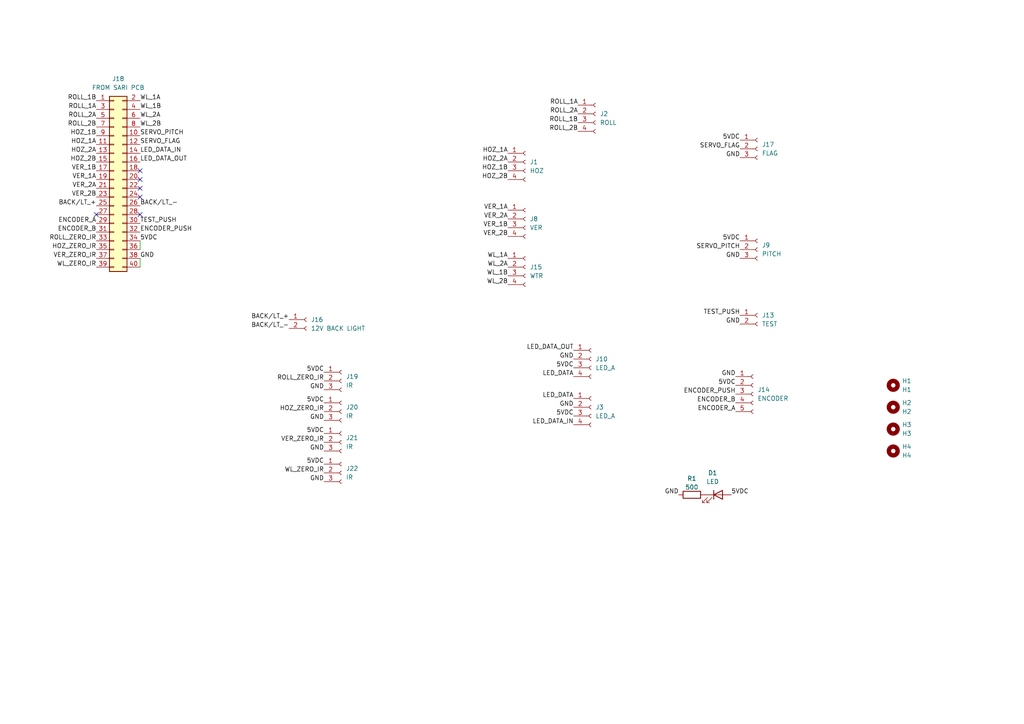
<source format=kicad_sch>
(kicad_sch (version 20211123) (generator eeschema)
  (paper "A4")
  (title_block (date "mar. 31 mars 2015"))
  (lib_symbols
    (symbol "Connector:Conn_01x02_Female" (pin_names (offset 1.016) hide)
      (property "Reference" "J" (at 0 2.54 0))
      (property "Value" "Conn_01x02_Female" (at 0 -5.08 0))
      (symbol "Conn_01x02_Female_1_1"
        (arc (start 0 -2.032) (mid -0.508 -2.54) (end 0 -3.048) (stroke (width 0.1524)))
        (polyline (pts (xy -1.27 -2.54) (xy -0.508 -2.54)) (stroke (width 0.1524)))
        (polyline (pts (xy -1.27 0) (xy -0.508 0)) (stroke (width 0.1524)))
        (arc (start 0 0.508) (mid -0.508 0) (end 0 -0.508) (stroke (width 0.1524)))
        (pin passive line (at -5.08 0 0) (length 3.81) (name "Pin_1") (number "1"))
        (pin passive line (at -5.08 -2.54 0) (length 3.81) (name "Pin_2") (number "2"))
      )
    )
    (symbol "Connector:Conn_01x03_Female" (pin_names (offset 1.016) hide)
      (property "Reference" "J" (at 0 5.08 0))
      (property "Value" "Conn_01x03_Female" (at 0 -5.08 0))
      (symbol "Conn_01x03_Female_1_1"
        (arc (start 0 -2.032) (mid -0.508 -2.54) (end 0 -3.048) (stroke (width 0.1524)))
        (polyline (pts (xy -1.27 -2.54) (xy -0.508 -2.54)) (stroke (width 0.1524)))
        (polyline (pts (xy -1.27 0) (xy -0.508 0)) (stroke (width 0.1524)))
        (polyline (pts (xy -1.27 2.54) (xy -0.508 2.54)) (stroke (width 0.1524)))
        (arc (start 0 0.508) (mid -0.508 0) (end 0 -0.508) (stroke (width 0.1524)))
        (arc (start 0 3.048) (mid -0.508 2.54) (end 0 2.032) (stroke (width 0.1524)))
        (pin passive line (at -5.08 2.54 0) (length 3.81) (name "Pin_1") (number "1"))
        (pin passive line (at -5.08 0 0) (length 3.81) (name "Pin_2") (number "2"))
        (pin passive line (at -5.08 -2.54 0) (length 3.81) (name "Pin_3") (number "3"))
      )
    )
    (symbol "Connector:Conn_01x04_Female" (pin_names (offset 1.016) hide)
      (property "Reference" "J" (at 0 5.08 0))
      (property "Value" "Conn_01x04_Female" (at 0 -7.62 0))
      (symbol "Conn_01x04_Female_1_1"
        (arc (start 0 -4.572) (mid -0.508 -5.08) (end 0 -5.588) (stroke (width 0.1524)))
        (arc (start 0 -2.032) (mid -0.508 -2.54) (end 0 -3.048) (stroke (width 0.1524)))
        (polyline (pts (xy -1.27 -5.08) (xy -0.508 -5.08)) (stroke (width 0.1524)))
        (polyline (pts (xy -1.27 -2.54) (xy -0.508 -2.54)) (stroke (width 0.1524)))
        (polyline (pts (xy -1.27 0) (xy -0.508 0)) (stroke (width 0.1524)))
        (polyline (pts (xy -1.27 2.54) (xy -0.508 2.54)) (stroke (width 0.1524)))
        (arc (start 0 0.508) (mid -0.508 0) (end 0 -0.508) (stroke (width 0.1524)))
        (arc (start 0 3.048) (mid -0.508 2.54) (end 0 2.032) (stroke (width 0.1524)))
        (pin passive line (at -5.08 2.54 0) (length 3.81) (name "Pin_1") (number "1"))
        (pin passive line (at -5.08 0 0) (length 3.81) (name "Pin_2") (number "2"))
        (pin passive line (at -5.08 -2.54 0) (length 3.81) (name "Pin_3") (number "3"))
        (pin passive line (at -5.08 -5.08 0) (length 3.81) (name "Pin_4") (number "4"))
      )
    )
    (symbol "Connector:Conn_01x05_Female" (pin_names (offset 1.016) hide)
      (property "Reference" "J" (at 0 7.62 0))
      (property "Value" "Conn_01x05_Female" (at 0 -7.62 0))
      (symbol "Conn_01x05_Female_1_1"
        (arc (start 0 -4.572) (mid -0.508 -5.08) (end 0 -5.588) (stroke (width 0.1524)))
        (arc (start 0 -2.032) (mid -0.508 -2.54) (end 0 -3.048) (stroke (width 0.1524)))
        (polyline (pts (xy -1.27 -5.08) (xy -0.508 -5.08)) (stroke (width 0.1524)))
        (polyline (pts (xy -1.27 -2.54) (xy -0.508 -2.54)) (stroke (width 0.1524)))
        (polyline (pts (xy -1.27 0) (xy -0.508 0)) (stroke (width 0.1524)))
        (polyline (pts (xy -1.27 2.54) (xy -0.508 2.54)) (stroke (width 0.1524)))
        (polyline (pts (xy -1.27 5.08) (xy -0.508 5.08)) (stroke (width 0.1524)))
        (arc (start 0 0.508) (mid -0.508 0) (end 0 -0.508) (stroke (width 0.1524)))
        (arc (start 0 3.048) (mid -0.508 2.54) (end 0 2.032) (stroke (width 0.1524)))
        (arc (start 0 5.588) (mid -0.508 5.08) (end 0 4.572) (stroke (width 0.1524)))
        (pin passive line (at -5.08 5.08 0) (length 3.81) (name "Pin_1") (number "1"))
        (pin passive line (at -5.08 2.54 0) (length 3.81) (name "Pin_2") (number "2"))
        (pin passive line (at -5.08 0 0) (length 3.81) (name "Pin_3") (number "3"))
        (pin passive line (at -5.08 -2.54 0) (length 3.81) (name "Pin_4") (number "4"))
        (pin passive line (at -5.08 -5.08 0) (length 3.81) (name "Pin_5") (number "5"))
      )
    )
    (symbol "Connector_Generic:Conn_02x20_Odd_Even" (pin_names (offset 1.016) hide)
      (property "Reference" "J" (at 1.27 25.4 0))
      (property "Value" "Conn_02x20_Odd_Even" (at 1.27 -27.94 0))
      (symbol "Conn_02x20_Odd_Even_1_1"
        (rectangle (start -1.27 -25.273) (end 0 -25.527) (stroke (width 0.1524)))
        (rectangle (start -1.27 -22.733) (end 0 -22.987) (stroke (width 0.1524)))
        (rectangle (start -1.27 -20.193) (end 0 -20.447) (stroke (width 0.1524)))
        (rectangle (start -1.27 -17.653) (end 0 -17.907) (stroke (width 0.1524)))
        (rectangle (start -1.27 -15.113) (end 0 -15.367) (stroke (width 0.1524)))
        (rectangle (start -1.27 -12.573) (end 0 -12.827) (stroke (width 0.1524)))
        (rectangle (start -1.27 -10.033) (end 0 -10.287) (stroke (width 0.1524)))
        (rectangle (start -1.27 -7.493) (end 0 -7.747) (stroke (width 0.1524)))
        (rectangle (start -1.27 -4.953) (end 0 -5.207) (stroke (width 0.1524)))
        (rectangle (start -1.27 -2.413) (end 0 -2.667) (stroke (width 0.1524)))
        (rectangle (start -1.27 0.127) (end 0 -0.127) (stroke (width 0.1524)))
        (rectangle (start -1.27 2.667) (end 0 2.413) (stroke (width 0.1524)))
        (rectangle (start -1.27 5.207) (end 0 4.953) (stroke (width 0.1524)))
        (rectangle (start -1.27 7.747) (end 0 7.493) (stroke (width 0.1524)))
        (rectangle (start -1.27 10.287) (end 0 10.033) (stroke (width 0.1524)))
        (rectangle (start -1.27 12.827) (end 0 12.573) (stroke (width 0.1524)))
        (rectangle (start -1.27 15.367) (end 0 15.113) (stroke (width 0.1524)))
        (rectangle (start -1.27 17.907) (end 0 17.653) (stroke (width 0.1524)))
        (rectangle (start -1.27 20.447) (end 0 20.193) (stroke (width 0.1524)))
        (rectangle (start -1.27 22.987) (end 0 22.733) (stroke (width 0.1524)))
        (rectangle (start -1.27 24.13) (end 3.81 -26.67) (stroke (width 0.254)) (fill (type background)))
        (rectangle (start 3.81 -25.273) (end 2.54 -25.527) (stroke (width 0.1524)))
        (rectangle (start 3.81 -22.733) (end 2.54 -22.987) (stroke (width 0.1524)))
        (rectangle (start 3.81 -20.193) (end 2.54 -20.447) (stroke (width 0.1524)))
        (rectangle (start 3.81 -17.653) (end 2.54 -17.907) (stroke (width 0.1524)))
        (rectangle (start 3.81 -15.113) (end 2.54 -15.367) (stroke (width 0.1524)))
        (rectangle (start 3.81 -12.573) (end 2.54 -12.827) (stroke (width 0.1524)))
        (rectangle (start 3.81 -10.033) (end 2.54 -10.287) (stroke (width 0.1524)))
        (rectangle (start 3.81 -7.493) (end 2.54 -7.747) (stroke (width 0.1524)))
        (rectangle (start 3.81 -4.953) (end 2.54 -5.207) (stroke (width 0.1524)))
        (rectangle (start 3.81 -2.413) (end 2.54 -2.667) (stroke (width 0.1524)))
        (rectangle (start 3.81 0.127) (end 2.54 -0.127) (stroke (width 0.1524)))
        (rectangle (start 3.81 2.667) (end 2.54 2.413) (stroke (width 0.1524)))
        (rectangle (start 3.81 5.207) (end 2.54 4.953) (stroke (width 0.1524)))
        (rectangle (start 3.81 7.747) (end 2.54 7.493) (stroke (width 0.1524)))
        (rectangle (start 3.81 10.287) (end 2.54 10.033) (stroke (width 0.1524)))
        (rectangle (start 3.81 12.827) (end 2.54 12.573) (stroke (width 0.1524)))
        (rectangle (start 3.81 15.367) (end 2.54 15.113) (stroke (width 0.1524)))
        (rectangle (start 3.81 17.907) (end 2.54 17.653) (stroke (width 0.1524)))
        (rectangle (start 3.81 20.447) (end 2.54 20.193) (stroke (width 0.1524)))
        (rectangle (start 3.81 22.987) (end 2.54 22.733) (stroke (width 0.1524)))
        (pin passive line (at -5.08 22.86 0) (length 3.81) (name "Pin_1") (number "1"))
        (pin passive line (at 7.62 12.7 180) (length 3.81) (name "Pin_10") (number "10"))
        (pin passive line (at -5.08 10.16 0) (length 3.81) (name "Pin_11") (number "11"))
        (pin passive line (at 7.62 10.16 180) (length 3.81) (name "Pin_12") (number "12"))
        (pin passive line (at -5.08 7.62 0) (length 3.81) (name "Pin_13") (number "13"))
        (pin passive line (at 7.62 7.62 180) (length 3.81) (name "Pin_14") (number "14"))
        (pin passive line (at -5.08 5.08 0) (length 3.81) (name "Pin_15") (number "15"))
        (pin passive line (at 7.62 5.08 180) (length 3.81) (name "Pin_16") (number "16"))
        (pin passive line (at -5.08 2.54 0) (length 3.81) (name "Pin_17") (number "17"))
        (pin passive line (at 7.62 2.54 180) (length 3.81) (name "Pin_18") (number "18"))
        (pin passive line (at -5.08 0 0) (length 3.81) (name "Pin_19") (number "19"))
        (pin passive line (at 7.62 22.86 180) (length 3.81) (name "Pin_2") (number "2"))
        (pin passive line (at 7.62 0 180) (length 3.81) (name "Pin_20") (number "20"))
        (pin passive line (at -5.08 -2.54 0) (length 3.81) (name "Pin_21") (number "21"))
        (pin passive line (at 7.62 -2.54 180) (length 3.81) (name "Pin_22") (number "22"))
        (pin passive line (at -5.08 -5.08 0) (length 3.81) (name "Pin_23") (number "23"))
        (pin passive line (at 7.62 -5.08 180) (length 3.81) (name "Pin_24") (number "24"))
        (pin passive line (at -5.08 -7.62 0) (length 3.81) (name "Pin_25") (number "25"))
        (pin passive line (at 7.62 -7.62 180) (length 3.81) (name "Pin_26") (number "26"))
        (pin passive line (at -5.08 -10.16 0) (length 3.81) (name "Pin_27") (number "27"))
        (pin passive line (at 7.62 -10.16 180) (length 3.81) (name "Pin_28") (number "28"))
        (pin passive line (at -5.08 -12.7 0) (length 3.81) (name "Pin_29") (number "29"))
        (pin passive line (at -5.08 20.32 0) (length 3.81) (name "Pin_3") (number "3"))
        (pin passive line (at 7.62 -12.7 180) (length 3.81) (name "Pin_30") (number "30"))
        (pin passive line (at -5.08 -15.24 0) (length 3.81) (name "Pin_31") (number "31"))
        (pin passive line (at 7.62 -15.24 180) (length 3.81) (name "Pin_32") (number "32"))
        (pin passive line (at -5.08 -17.78 0) (length 3.81) (name "Pin_33") (number "33"))
        (pin passive line (at 7.62 -17.78 180) (length 3.81) (name "Pin_34") (number "34"))
        (pin passive line (at -5.08 -20.32 0) (length 3.81) (name "Pin_35") (number "35"))
        (pin passive line (at 7.62 -20.32 180) (length 3.81) (name "Pin_36") (number "36"))
        (pin passive line (at -5.08 -22.86 0) (length 3.81) (name "Pin_37") (number "37"))
        (pin passive line (at 7.62 -22.86 180) (length 3.81) (name "Pin_38") (number "38"))
        (pin passive line (at -5.08 -25.4 0) (length 3.81) (name "Pin_39") (number "39"))
        (pin passive line (at 7.62 20.32 180) (length 3.81) (name "Pin_4") (number "4"))
        (pin passive line (at 7.62 -25.4 180) (length 3.81) (name "Pin_40") (number "40"))
        (pin passive line (at -5.08 17.78 0) (length 3.81) (name "Pin_5") (number "5"))
        (pin passive line (at 7.62 17.78 180) (length 3.81) (name "Pin_6") (number "6"))
        (pin passive line (at -5.08 15.24 0) (length 3.81) (name "Pin_7") (number "7"))
        (pin passive line (at 7.62 15.24 180) (length 3.81) (name "Pin_8") (number "8"))
        (pin passive line (at -5.08 12.7 0) (length 3.81) (name "Pin_9") (number "9"))
      )
    )
    (symbol "Device:LED" (pin_numbers hide) (pin_names (offset 1.016) hide)
      (property "Reference" "D" (at 0 2.54 0))
      (property "Value" "LED" (at 0 -2.54 0))
      (symbol "LED_0_1"
        (polyline (pts (xy -1.27 -1.27) (xy -1.27 1.27)) (stroke (width 0.254)))
        (polyline (pts (xy -1.27 0) (xy 1.27 0)))
        (polyline (pts (xy 1.27 -1.27) (xy 1.27 1.27) (xy -1.27 0) (xy 1.27 -1.27)) (stroke (width 0.254)))
        (polyline (pts (xy -3.048 -0.762) (xy -4.572 -2.286) (xy -3.81 -2.286) (xy -4.572 -2.286) (xy -4.572 -1.524)))
        (polyline (pts (xy -1.778 -0.762) (xy -3.302 -2.286) (xy -2.54 -2.286) (xy -3.302 -2.286) (xy -3.302 -1.524)))
      )
      (symbol "LED_1_1"
        (pin passive line (at -3.81 0 0) (length 2.54) (name "K") (number "1"))
        (pin passive line (at 3.81 0 180) (length 2.54) (name "A") (number "2"))
      )
    )
    (symbol "Device:R" (pin_numbers hide) (pin_names (offset 0))
      (property "Reference" "R" (at 2.032 0 90))
      (property "Value" "R" (at 0 0 90))
      (symbol "R_0_1"
        (rectangle (start -1.016 -2.54) (end 1.016 2.54) (stroke (width 0.254)))
      )
      (symbol "R_1_1"
        (pin passive line (at 0 3.81 270) (length 1.27) (name "~") (number "1"))
        (pin passive line (at 0 -3.81 90) (length 1.27) (name "~") (number "2"))
      )
    )
    (symbol "Mechanical:MountingHole" (pin_names (offset 1.016))
      (property "Reference" "H" (at 0 5.08 0))
      (property "Value" "MountingHole" (at 0 3.175 0))
      (symbol "MountingHole_0_1"
        (circle (center 0 0) (radius 1.27) (stroke (width 1.27)))
      )
    )
  )
  (no_connect (at 40.64 49.53))
  (no_connect (at 40.64 52.07))
  (no_connect (at 40.64 54.61))
  (no_connect (at 40.64 57.15))
  (no_connect (at 40.64 62.23))
  (no_connect (at 27.94 62.23))
  (wire (pts (xy 40.64 69.85) (xy 40.64 72.39)))
  (wire (pts (xy 40.64 74.93) (xy 40.64 77.47)))
  (label "ROLL_ZERO_IR" (at 93.98 110.49 180))
  (label "HOZ_ZERO_IR" (at 27.94 72.39 180))
  (label "5VDC" (at 212.09 143.51 0))
  (label "GND" (at 93.98 139.7 180))
  (label "ROLL_2B" (at 27.94 36.83 180))
  (label "WL_1B" (at 147.32 80.01 180))
  (label "ROLL_1B" (at 167.64 35.56 180))
  (label "ROLL_2A" (at 167.64 33.02 180))
  (label "HOZ_1A" (at 27.94 41.91 180))
  (label "5VDC" (at 166.37 120.65 180))
  (label "VER_1A" (at 27.94 52.07 180))
  (label "HOZ_1B" (at 27.94 39.37 180))
  (label "HOZ_ZERO_IR" (at 93.98 119.38 180))
  (label "VER_2A" (at 147.32 63.5 180))
  (label "LED_DATA_OUT" (at 166.37 101.6 180))
  (label "HOZ_2B" (at 147.32 52.07 180))
  (label "VER_2B" (at 147.32 68.58 180))
  (label "WL_2B" (at 40.64 36.83 0))
  (label "WL_2A" (at 147.32 77.47 180))
  (label "BACK{slash}LT_+" (at 83.82 92.71 180))
  (label "GND" (at 93.98 121.92 180))
  (label "5VDC" (at 213.36 111.76 180))
  (label "LED_DATA_OUT" (at 40.64 46.99 0))
  (label "WL_1A" (at 40.64 29.21 0))
  (label "5VDC" (at 93.98 125.73 180))
  (label "BACK{slash}LT_-" (at 83.82 95.25 180))
  (label "ENCODER_B" (at 27.94 67.31 180))
  (label "SERVO_PITCH" (at 214.63 72.39 180))
  (label "VER_ZERO_IR" (at 27.94 74.93 180))
  (label "ROLL_1B" (at 27.94 29.21 180))
  (label "5VDC" (at 214.63 69.85 180))
  (label "GND" (at 196.85 143.51 180))
  (label "HOZ_1B" (at 147.32 49.53 180))
  (label "HOZ_2A" (at 27.94 44.45 180))
  (label "GND" (at 214.63 93.98 180))
  (label "HOZ_2A" (at 147.32 46.99 180))
  (label "GND" (at 214.63 74.93 180))
  (label "GND" (at 213.36 109.22 180))
  (label "ROLL_1A" (at 167.64 30.48 180))
  (label "5VDC" (at 166.37 106.68 180))
  (label "HOZ_2B" (at 27.94 46.99 180))
  (label "LED_DATA_IN" (at 166.37 123.19 180))
  (label "VER_ZERO_IR" (at 93.98 128.27 180))
  (label "VER_1B" (at 27.94 49.53 180))
  (label "WL_2B" (at 147.32 82.55 180))
  (label "GND" (at 166.37 118.11 180))
  (label "5VDC" (at 93.98 116.84 180))
  (label "WL_2A" (at 40.64 34.29 0))
  (label "GND" (at 214.63 45.72 180))
  (label "SERVO_FLAG" (at 40.64 41.91 0))
  (label "BACK{slash}LT_+" (at 27.94 59.69 180))
  (label "GND" (at 93.98 113.03 180))
  (label "VER_2A" (at 27.94 54.61 180))
  (label "SERVO_FLAG" (at 214.63 43.18 180))
  (label "5VDC" (at 40.64 69.85 0))
  (label "TEST_PUSH" (at 214.63 91.44 180))
  (label "HOZ_1A" (at 147.32 44.45 180))
  (label "ENCODER_PUSH" (at 213.36 114.3 180))
  (label "BACK{slash}LT_-" (at 40.64 59.69 0))
  (label "ENCODER_B" (at 213.36 116.84 180))
  (label "LED_DATA_IN" (at 40.64 44.45 0))
  (label "VER_2B" (at 27.94 57.15 180))
  (label "VER_1B" (at 147.32 66.04 180))
  (label "WL_ZERO_IR" (at 93.98 137.16 180))
  (label "GND" (at 93.98 130.81 180))
  (label "LED_DATA" (at 166.37 109.22 180))
  (label "WL_ZERO_IR" (at 27.94 77.47 180))
  (label "5VDC" (at 214.63 40.64 180))
  (label "5VDC" (at 93.98 134.62 180))
  (label "GND" (at 166.37 104.14 180))
  (label "TEST_PUSH" (at 40.64 64.77 0))
  (label "LED_DATA" (at 166.37 115.57 180))
  (label "VER_1A" (at 147.32 60.96 180))
  (label "ENCODER_PUSH" (at 40.64 67.31 0))
  (label "5VDC" (at 93.98 107.95 180))
  (label "WL_1B" (at 40.64 31.75 0))
  (label "ENCODER_A" (at 213.36 119.38 180))
  (label "ROLL_1A" (at 27.94 31.75 180))
  (label "ROLL_ZERO_IR" (at 27.94 69.85 180))
  (label "ROLL_2A" (at 27.94 34.29 180))
  (label "SERVO_PITCH" (at 40.64 39.37 0))
  (label "GND" (at 40.64 74.93 0))
  (label "ENCODER_A" (at 27.94 64.77 180))
  (label "ROLL_2B" (at 167.64 38.1 180))
  (label "WL_1A" (at 147.32 74.93 180))
  (symbol (lib_id "Connector:Conn_01x02_Female") (at 219.71 91.44 0) (unit 1)
    (property "Reference" "J13" (at 220.98 91.4399 0) (effects (justify left)))
    (property "Value" "TEST" (at 220.98 93.9799 0) (effects (justify left)))
    (property "Footprint" "Connector_JST:JST_XH_B2B-XH-A_1x02_P2.50mm_Vertical" (effects hide))
  )
  (symbol (lib_id "Mechanical:MountingHole") (at 259.08 111.76 0) (unit 1)
    (property "Reference" "H1" (at 261.62 110.4899 0) (effects (justify left)))
    (property "Value" "H1" (at 261.62 113.0299 0) (effects (justify left)))
    (property "Footprint" "MountingHole:MountingHole_2.5mm" (effects hide))
  )
  (symbol (lib_id "Mechanical:MountingHole") (at 259.08 130.81 0) (unit 1)
    (property "Reference" "H4" (at 261.62 129.5399 0) (effects (justify left)))
    (property "Value" "H4" (at 261.62 132.0799 0) (effects (justify left)))
    (property "Footprint" "MountingHole:MountingHole_2.5mm" (effects hide))
  )
  (symbol (lib_id "Connector:Conn_01x04_Female") (at 172.72 33.02 0) (unit 1)
    (property "Reference" "J2" (at 173.99 33.0199 0) (effects (justify left)))
    (property "Value" "ROLL" (at 173.99 35.5599 0) (effects (justify left)))
    (property "Footprint" "Connector_JST:JST_XH_B4B-XH-A_1x04_P2.50mm_Vertical" (effects hide))
  )
  (symbol (lib_id "Connector:Conn_01x03_Female") (at 99.06 128.27 0) (unit 1)
    (property "Reference" "J21" (at 100.33 126.9999 0) (effects (justify left)))
    (property "Value" "IR" (at 100.33 129.5399 0) (effects (justify left)))
    (property "Footprint" "Connector_Molex:Molex_PicoBlade_53047-0310_1x03_P1.25mm_Vertical" (effects hide))
  )
  (symbol (lib_id "Connector:Conn_01x03_Female") (at 99.06 119.38 0) (unit 1)
    (property "Reference" "J20" (at 100.33 118.1099 0) (effects (justify left)))
    (property "Value" "IR" (at 100.33 120.6499 0) (effects (justify left)))
    (property "Footprint" "Connector_Molex:Molex_PicoBlade_53047-0310_1x03_P1.25mm_Vertical" (effects hide))
  )
  (symbol (lib_id "Device:LED") (at 208.28 143.51 0) (unit 1)
    (property "Reference" "D1" (at 206.6925 137.16 0))
    (property "Value" "LED" (at 206.6925 139.7 0))
    (property "Footprint" "LED_THT:LED_D3.0mm" (effects hide))
  )
  (symbol (lib_id "Connector:Conn_01x04_Female") (at 152.4 46.99 0) (unit 1)
    (property "Reference" "J1" (at 153.67 46.9899 0) (effects (justify left)))
    (property "Value" "HOZ" (at 153.67 49.5299 0) (effects (justify left)))
    (property "Footprint" "Connector_Molex:Molex_PicoBlade_53047-0410_1x04_P1.25mm_Vertical" (effects hide))
  )
  (symbol (lib_id "Mechanical:MountingHole") (at 259.08 118.11 0) (unit 1)
    (property "Reference" "H2" (at 261.62 116.8399 0) (effects (justify left)))
    (property "Value" "H2" (at 261.62 119.3799 0) (effects (justify left)))
    (property "Footprint" "MountingHole:MountingHole_2.5mm" (effects hide))
  )
  (symbol (lib_id "Connector:Conn_01x04_Female") (at 152.4 63.5 0) (unit 1)
    (property "Reference" "J8" (at 153.67 63.4999 0) (effects (justify left)))
    (property "Value" "VER" (at 153.67 66.0399 0) (effects (justify left)))
    (property "Footprint" "Connector_Molex:Molex_PicoBlade_53047-0410_1x04_P1.25mm_Vertical" (effects hide))
  )
  (symbol (lib_id "Connector_Generic:Conn_02x20_Odd_Even") (at 33.02 52.07 0) (unit 1)
    (property "Reference" "J18" (at 34.29 22.86 0))
    (property "Value" "FROM SARI PCB" (at 34.29 25.4 0))
    (property "Footprint" "Connector_IDC:IDC-Header_2x20_P2.54mm_Vertical" (effects hide))
  )
  (symbol (lib_id "Connector:Conn_01x03_Female") (at 219.71 43.18 0) (unit 1)
    (property "Reference" "J17" (at 220.98 41.9099 0) (effects (justify left)))
    (property "Value" "FLAG" (at 220.98 44.4499 0) (effects (justify left)))
    (property "Footprint" "Connector_Molex:Molex_PicoBlade_53047-0310_1x03_P1.25mm_Vertical" (effects hide))
  )
  (symbol (lib_id "Mechanical:MountingHole") (at 259.08 124.46 0) (unit 1)
    (property "Reference" "H3" (at 261.62 123.1899 0) (effects (justify left)))
    (property "Value" "H3" (at 261.62 125.7299 0) (effects (justify left)))
    (property "Footprint" "MountingHole:MountingHole_2.5mm" (effects hide))
  )
  (symbol (lib_id "Connector:Conn_01x04_Female") (at 152.4 77.47 0) (unit 1)
    (property "Reference" "J15" (at 153.67 77.4699 0) (effects (justify left)))
    (property "Value" "WTR" (at 153.67 80.0099 0) (effects (justify left)))
    (property "Footprint" "Connector_Molex:Molex_PicoBlade_53047-0410_1x04_P1.25mm_Vertical" (effects hide))
  )
  (symbol (lib_id "Connector:Conn_01x02_Female") (at 88.9 92.71 0) (unit 1)
    (property "Reference" "J16" (at 90.17 92.7099 0) (effects (justify left)))
    (property "Value" "12V BACK LIGHT" (at 90.17 95.2499 0) (effects (justify left)))
    (property "Footprint" "Connector_JST:JST_XH_B2B-XH-A_1x02_P2.50mm_Vertical" (effects hide))
  )
  (symbol (lib_id "Device:R") (at 200.66 143.51 90) (unit 1)
    (property "Reference" "R1" (at 200.66 138.7942 90))
    (property "Value" "500" (at 200.66 141.3311 90))
    (property "Footprint" "Resistor_THT:R_Axial_DIN0207_L6.3mm_D2.5mm_P7.62mm_Horizontal" (effects hide))
  )
  (symbol (lib_id "Connector:Conn_01x03_Female") (at 99.06 137.16 0) (unit 1)
    (property "Reference" "J22" (at 100.33 135.8899 0) (effects (justify left)))
    (property "Value" "IR" (at 100.33 138.4299 0) (effects (justify left)))
    (property "Footprint" "Connector_Molex:Molex_PicoBlade_53047-0310_1x03_P1.25mm_Vertical" (effects hide))
  )
  (symbol (lib_id "Connector:Conn_01x05_Female") (at 218.44 114.3 0) (unit 1)
    (property "Reference" "J14" (at 219.71 113.0299 0) (effects (justify left)))
    (property "Value" "ENCODER" (at 219.71 115.5699 0) (effects (justify left)))
    (property "Footprint" "Connector_JST:JST_XH_B5B-XH-A_1x05_P2.50mm_Vertical" (effects hide))
  )
  (symbol (lib_id "Connector:Conn_01x03_Female") (at 99.06 110.49 0) (unit 1)
    (property "Reference" "J19" (at 100.33 109.2199 0) (effects (justify left)))
    (property "Value" "IR" (at 100.33 111.7599 0) (effects (justify left)))
    (property "Footprint" "Connector_Molex:Molex_PicoBlade_53047-0310_1x03_P1.25mm_Vertical" (effects hide))
  )
  (symbol (lib_id "Connector:Conn_01x03_Female") (at 219.71 72.39 0) (unit 1)
    (property "Reference" "J9" (at 220.98 71.1199 0) (effects (justify left)))
    (property "Value" "PITCH" (at 220.98 73.6599 0) (effects (justify left)))
    (property "Footprint" "Connector_JST:JST_XH_B3B-XH-A_1x03_P2.50mm_Vertical" (effects hide))
  )
  (symbol (lib_id "Connector:Conn_01x04_Female") (at 171.45 104.14 0) (unit 1)
    (property "Reference" "J10" (at 172.72 104.1399 0) (effects (justify left)))
    (property "Value" "LED_A" (at 172.72 106.6799 0) (effects (justify left)))
    (property "Footprint" "Connector_Molex:Molex_PicoBlade_53047-0410_1x04_P1.25mm_Vertical" (effects hide))
  )
  (symbol (lib_id "Connector:Conn_01x04_Female") (at 171.45 118.11 0) (unit 1)
    (property "Reference" "J3" (at 172.72 118.1099 0) (effects (justify left)))
    (property "Value" "LED_A" (at 172.72 120.6499 0) (effects (justify left)))
    (property "Footprint" "Connector_Molex:Molex_PicoBlade_53047-0410_1x04_P1.25mm_Vertical" (effects hide))
  )
)
</source>
